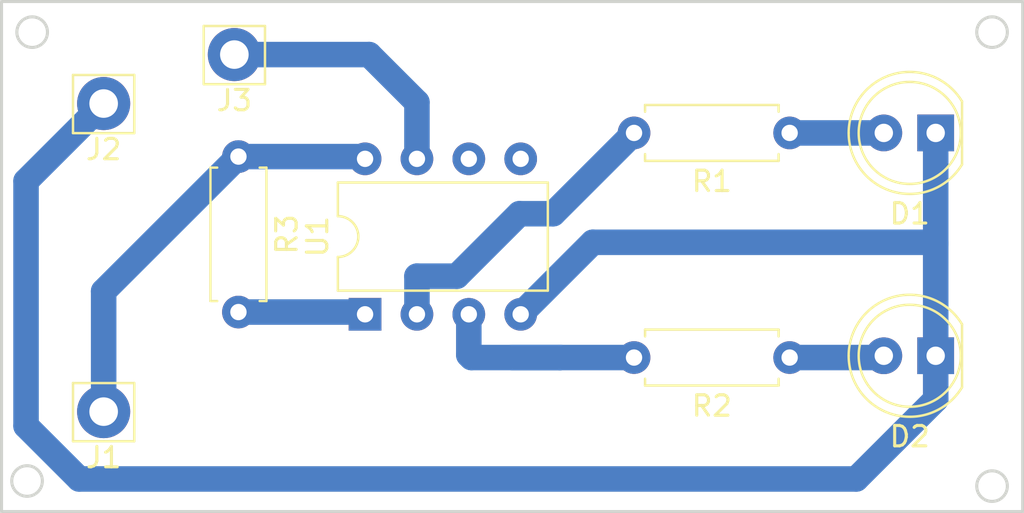
<source format=kicad_pcb>
(kicad_pcb (version 20171130) (host pcbnew 5.1.6-c6e7f7d~87~ubuntu18.04.1)

  (general
    (thickness 1.6)
    (drawings 9)
    (tracks 34)
    (zones 0)
    (modules 9)
    (nets 11)
  )

  (page A4)
  (layers
    (0 F.Cu signal hide)
    (31 B.Cu signal)
    (32 B.Adhes user hide)
    (33 F.Adhes user hide)
    (34 B.Paste user hide)
    (35 F.Paste user hide)
    (36 B.SilkS user hide)
    (37 F.SilkS user hide)
    (38 B.Mask user hide)
    (39 F.Mask user hide)
    (40 Dwgs.User user hide)
    (41 Cmts.User user hide)
    (42 Eco1.User user hide)
    (43 Eco2.User user hide)
    (44 Edge.Cuts user)
    (45 Margin user hide)
    (46 B.CrtYd user hide)
    (47 F.CrtYd user hide)
    (48 B.Fab user hide)
    (49 F.Fab user hide)
  )

  (setup
    (last_trace_width 0.3)
    (user_trace_width 0.5)
    (user_trace_width 1)
    (user_trace_width 1.25)
    (user_trace_width 2)
    (trace_clearance 0.35)
    (zone_clearance 0.508)
    (zone_45_only no)
    (trace_min 0.2)
    (via_size 0.8)
    (via_drill 0.4)
    (via_min_size 0.4)
    (via_min_drill 0.3)
    (uvia_size 0.3)
    (uvia_drill 0.1)
    (uvias_allowed no)
    (uvia_min_size 0.2)
    (uvia_min_drill 0.1)
    (edge_width 0.05)
    (segment_width 0.2)
    (pcb_text_width 0.3)
    (pcb_text_size 1.5 1.5)
    (mod_edge_width 0.12)
    (mod_text_size 1 1)
    (mod_text_width 0.15)
    (pad_size 1.524 1.524)
    (pad_drill 0.762)
    (pad_to_mask_clearance 0.05)
    (aux_axis_origin 0 0)
    (visible_elements FFFFFF7F)
    (pcbplotparams
      (layerselection 0x010fc_ffffffff)
      (usegerberextensions false)
      (usegerberattributes true)
      (usegerberadvancedattributes true)
      (creategerberjobfile true)
      (excludeedgelayer true)
      (linewidth 0.100000)
      (plotframeref false)
      (viasonmask false)
      (mode 1)
      (useauxorigin false)
      (hpglpennumber 1)
      (hpglpenspeed 20)
      (hpglpendiameter 15.000000)
      (psnegative false)
      (psa4output false)
      (plotreference true)
      (plotvalue true)
      (plotinvisibletext false)
      (padsonsilk false)
      (subtractmaskfromsilk false)
      (outputformat 1)
      (mirror false)
      (drillshape 1)
      (scaleselection 1)
      (outputdirectory ""))
  )

  (net 0 "")
  (net 1 "Net-(D1-Pad2)")
  (net 2 GND)
  (net 3 "Net-(D2-Pad2)")
  (net 4 +5V)
  (net 5 "Net-(R1-Pad2)")
  (net 6 "Net-(R2-Pad2)")
  (net 7 "Net-(U1-Pad6)")
  (net 8 "Net-(U1-Pad5)")
  (net 9 "Net-(J3-Pad1)")
  (net 10 "Net-(R3-Pad2)")

  (net_class Default "This is the default net class."
    (clearance 0.35)
    (trace_width 0.3)
    (via_dia 0.8)
    (via_drill 0.4)
    (uvia_dia 0.3)
    (uvia_drill 0.1)
    (add_net +5V)
    (add_net GND)
    (add_net "Net-(D1-Pad2)")
    (add_net "Net-(D2-Pad2)")
    (add_net "Net-(J3-Pad1)")
    (add_net "Net-(R1-Pad2)")
    (add_net "Net-(R2-Pad2)")
    (add_net "Net-(R3-Pad2)")
    (add_net "Net-(U1-Pad5)")
    (add_net "Net-(U1-Pad6)")
  )

  (module Resistor_THT:R_Axial_DIN0207_L6.3mm_D2.5mm_P7.62mm_Horizontal (layer F.Cu) (tedit 5AE5139B) (tstamp 5F19F36C)
    (at 31.6 27.6 270)
    (descr "Resistor, Axial_DIN0207 series, Axial, Horizontal, pin pitch=7.62mm, 0.25W = 1/4W, length*diameter=6.3*2.5mm^2, http://cdn-reichelt.de/documents/datenblatt/B400/1_4W%23YAG.pdf")
    (tags "Resistor Axial_DIN0207 series Axial Horizontal pin pitch 7.62mm 0.25W = 1/4W length 6.3mm diameter 2.5mm")
    (path /5F1ADB90)
    (fp_text reference R3 (at 3.81 -2.37 90) (layer F.SilkS)
      (effects (font (size 1 1) (thickness 0.15)))
    )
    (fp_text value 10K (at 3.81 2.37 90) (layer F.Fab)
      (effects (font (size 1 1) (thickness 0.15)))
    )
    (fp_line (start 0.66 -1.25) (end 0.66 1.25) (layer F.Fab) (width 0.1))
    (fp_line (start 0.66 1.25) (end 6.96 1.25) (layer F.Fab) (width 0.1))
    (fp_line (start 6.96 1.25) (end 6.96 -1.25) (layer F.Fab) (width 0.1))
    (fp_line (start 6.96 -1.25) (end 0.66 -1.25) (layer F.Fab) (width 0.1))
    (fp_line (start 0 0) (end 0.66 0) (layer F.Fab) (width 0.1))
    (fp_line (start 7.62 0) (end 6.96 0) (layer F.Fab) (width 0.1))
    (fp_line (start 0.54 -1.04) (end 0.54 -1.37) (layer F.SilkS) (width 0.12))
    (fp_line (start 0.54 -1.37) (end 7.08 -1.37) (layer F.SilkS) (width 0.12))
    (fp_line (start 7.08 -1.37) (end 7.08 -1.04) (layer F.SilkS) (width 0.12))
    (fp_line (start 0.54 1.04) (end 0.54 1.37) (layer F.SilkS) (width 0.12))
    (fp_line (start 0.54 1.37) (end 7.08 1.37) (layer F.SilkS) (width 0.12))
    (fp_line (start 7.08 1.37) (end 7.08 1.04) (layer F.SilkS) (width 0.12))
    (fp_line (start -1.05 -1.5) (end -1.05 1.5) (layer F.CrtYd) (width 0.05))
    (fp_line (start -1.05 1.5) (end 8.67 1.5) (layer F.CrtYd) (width 0.05))
    (fp_line (start 8.67 1.5) (end 8.67 -1.5) (layer F.CrtYd) (width 0.05))
    (fp_line (start 8.67 -1.5) (end -1.05 -1.5) (layer F.CrtYd) (width 0.05))
    (fp_text user %R (at 3.81 0 90) (layer F.Fab)
      (effects (font (size 1 1) (thickness 0.15)))
    )
    (pad 2 thru_hole oval (at 7.62 0 270) (size 1.6 1.6) (drill 0.8) (layers *.Cu *.Mask)
      (net 10 "Net-(R3-Pad2)"))
    (pad 1 thru_hole circle (at 0 0 270) (size 1.6 1.6) (drill 0.8) (layers *.Cu *.Mask)
      (net 4 +5V))
    (model ${KISYS3DMOD}/Resistor_THT.3dshapes/R_Axial_DIN0207_L6.3mm_D2.5mm_P7.62mm_Horizontal.wrl
      (at (xyz 0 0 0))
      (scale (xyz 1 1 1))
      (rotate (xyz 0 0 0))
    )
  )

  (module Connector_Pin:Pin_D1.4mm_L8.5mm_W2.8mm_FlatFork (layer F.Cu) (tedit 5C89BF14) (tstamp 5F19E65F)
    (at 31.4 22.6)
    (descr "solder Pin_ with flat with fork, hole diameter 1.4mm, length 8.5mm, width 2.8mm, e.g. Ettinger 13.13.890, https://katalog.ettinger.de/#p=434")
    (tags "solder Pin_ with flat fork")
    (path /5F1B4AE2)
    (fp_text reference J3 (at 0 2.25) (layer F.SilkS)
      (effects (font (size 1 1) (thickness 0.15)))
    )
    (fp_text value "Battery Level" (at 7.4 -1.6) (layer F.Fab)
      (effects (font (size 1 1) (thickness 0.15)))
    )
    (fp_line (start 1.4 0.25) (end -1.4 0.25) (layer F.Fab) (width 0.1))
    (fp_line (start -1.4 -0.25) (end 1.4 -0.25) (layer F.Fab) (width 0.1))
    (fp_line (start -1.5 -1.4) (end 1.5 -1.4) (layer F.SilkS) (width 0.12))
    (fp_line (start 1.5 -1.4) (end 1.5 1.45) (layer F.SilkS) (width 0.12))
    (fp_line (start -1.5 -1.4) (end -1.5 1.45) (layer F.SilkS) (width 0.12))
    (fp_line (start -1.5 1.45) (end 1.5 1.45) (layer F.SilkS) (width 0.12))
    (fp_line (start 1.4 -0.25) (end 1.4 0.25) (layer F.Fab) (width 0.1))
    (fp_line (start -1.4 0.25) (end -1.4 -0.25) (layer F.Fab) (width 0.1))
    (fp_line (start -1.9 -1.8) (end 1.9 -1.8) (layer F.CrtYd) (width 0.05))
    (fp_line (start -1.9 -1.8) (end -1.9 1.8) (layer F.CrtYd) (width 0.05))
    (fp_line (start 1.9 1.8) (end 1.9 -1.8) (layer F.CrtYd) (width 0.05))
    (fp_line (start 1.9 1.8) (end -1.9 1.8) (layer F.CrtYd) (width 0.05))
    (fp_text user %R (at 0 2.25) (layer F.Fab)
      (effects (font (size 1 1) (thickness 0.15)))
    )
    (pad 1 thru_hole circle (at 0 0) (size 2.6 2.6) (drill 1.4) (layers *.Cu *.Mask)
      (net 9 "Net-(J3-Pad1)"))
    (model ${KISYS3DMOD}/Connector_Pin.3dshapes/Pin_D1.4mm_L8.5mm_W2.8mm_FlatFork.wrl
      (at (xyz 0 0 0))
      (scale (xyz 1 1 1))
      (rotate (xyz 0 0 0))
    )
  )

  (module Connector_Pin:Pin_D1.4mm_L8.5mm_W2.8mm_FlatFork (layer F.Cu) (tedit 5C89BF14) (tstamp 5F19F025)
    (at 25 25)
    (descr "solder Pin_ with flat with fork, hole diameter 1.4mm, length 8.5mm, width 2.8mm, e.g. Ettinger 13.13.890, https://katalog.ettinger.de/#p=434")
    (tags "solder Pin_ with flat fork")
    (path /5F1BC82A)
    (fp_text reference J2 (at 0 2.25) (layer F.SilkS)
      (effects (font (size 1 1) (thickness 0.15)))
    )
    (fp_text value "POWER -" (at 0 -2.05) (layer F.Fab)
      (effects (font (size 1 1) (thickness 0.15)))
    )
    (fp_line (start 1.4 0.25) (end -1.4 0.25) (layer F.Fab) (width 0.1))
    (fp_line (start -1.4 -0.25) (end 1.4 -0.25) (layer F.Fab) (width 0.1))
    (fp_line (start -1.5 -1.4) (end 1.5 -1.4) (layer F.SilkS) (width 0.12))
    (fp_line (start 1.5 -1.4) (end 1.5 1.45) (layer F.SilkS) (width 0.12))
    (fp_line (start -1.5 -1.4) (end -1.5 1.45) (layer F.SilkS) (width 0.12))
    (fp_line (start -1.5 1.45) (end 1.5 1.45) (layer F.SilkS) (width 0.12))
    (fp_line (start 1.4 -0.25) (end 1.4 0.25) (layer F.Fab) (width 0.1))
    (fp_line (start -1.4 0.25) (end -1.4 -0.25) (layer F.Fab) (width 0.1))
    (fp_line (start -1.9 -1.8) (end 1.9 -1.8) (layer F.CrtYd) (width 0.05))
    (fp_line (start -1.9 -1.8) (end -1.9 1.8) (layer F.CrtYd) (width 0.05))
    (fp_line (start 1.9 1.8) (end 1.9 -1.8) (layer F.CrtYd) (width 0.05))
    (fp_line (start 1.9 1.8) (end -1.9 1.8) (layer F.CrtYd) (width 0.05))
    (fp_text user %R (at 0 2.25) (layer F.Fab)
      (effects (font (size 1 1) (thickness 0.15)))
    )
    (pad 1 thru_hole circle (at 0 0) (size 2.6 2.6) (drill 1.4) (layers *.Cu *.Mask)
      (net 2 GND))
    (model ${KISYS3DMOD}/Connector_Pin.3dshapes/Pin_D1.4mm_L8.5mm_W2.8mm_FlatFork.wrl
      (at (xyz 0 0 0))
      (scale (xyz 1 1 1))
      (rotate (xyz 0 0 0))
    )
  )

  (module Connector_Pin:Pin_D1.4mm_L8.5mm_W2.8mm_FlatFork (layer F.Cu) (tedit 5C89BF14) (tstamp 5F19F732)
    (at 25 40.1)
    (descr "solder Pin_ with flat with fork, hole diameter 1.4mm, length 8.5mm, width 2.8mm, e.g. Ettinger 13.13.890, https://katalog.ettinger.de/#p=434")
    (tags "solder Pin_ with flat fork")
    (path /5F1B98F4)
    (fp_text reference J1 (at 0 2.25) (layer F.SilkS)
      (effects (font (size 1 1) (thickness 0.15)))
    )
    (fp_text value "POWER +" (at 0 -2.05) (layer F.Fab)
      (effects (font (size 1 1) (thickness 0.15)))
    )
    (fp_line (start 1.4 0.25) (end -1.4 0.25) (layer F.Fab) (width 0.1))
    (fp_line (start -1.4 -0.25) (end 1.4 -0.25) (layer F.Fab) (width 0.1))
    (fp_line (start -1.5 -1.4) (end 1.5 -1.4) (layer F.SilkS) (width 0.12))
    (fp_line (start 1.5 -1.4) (end 1.5 1.45) (layer F.SilkS) (width 0.12))
    (fp_line (start -1.5 -1.4) (end -1.5 1.45) (layer F.SilkS) (width 0.12))
    (fp_line (start -1.5 1.45) (end 1.5 1.45) (layer F.SilkS) (width 0.12))
    (fp_line (start 1.4 -0.25) (end 1.4 0.25) (layer F.Fab) (width 0.1))
    (fp_line (start -1.4 0.25) (end -1.4 -0.25) (layer F.Fab) (width 0.1))
    (fp_line (start -1.9 -1.8) (end 1.9 -1.8) (layer F.CrtYd) (width 0.05))
    (fp_line (start -1.9 -1.8) (end -1.9 1.8) (layer F.CrtYd) (width 0.05))
    (fp_line (start 1.9 1.8) (end 1.9 -1.8) (layer F.CrtYd) (width 0.05))
    (fp_line (start 1.9 1.8) (end -1.9 1.8) (layer F.CrtYd) (width 0.05))
    (fp_text user %R (at 0 2.25) (layer F.Fab)
      (effects (font (size 1 1) (thickness 0.15)))
    )
    (pad 1 thru_hole circle (at 0 0) (size 2.6 2.6) (drill 1.4) (layers *.Cu *.Mask)
      (net 4 +5V))
    (model ${KISYS3DMOD}/Connector_Pin.3dshapes/Pin_D1.4mm_L8.5mm_W2.8mm_FlatFork.wrl
      (at (xyz 0 0 0))
      (scale (xyz 1 1 1))
      (rotate (xyz 0 0 0))
    )
  )

  (module Package_DIP:DIP-8_W7.62mm (layer F.Cu) (tedit 5A02E8C5) (tstamp 5F1682E8)
    (at 37.8 35.33 90)
    (descr "8-lead though-hole mounted DIP package, row spacing 7.62 mm (300 mils)")
    (tags "THT DIP DIL PDIP 2.54mm 7.62mm 300mil")
    (path /5F1600B0)
    (fp_text reference U1 (at 3.81 -2.33 90) (layer F.SilkS)
      (effects (font (size 1 1) (thickness 0.15)))
    )
    (fp_text value ATtiny85-20PU (at 3.81 9.95 90) (layer F.Fab)
      (effects (font (size 1 1) (thickness 0.15)))
    )
    (fp_line (start 8.7 -1.55) (end -1.1 -1.55) (layer F.CrtYd) (width 0.05))
    (fp_line (start 8.7 9.15) (end 8.7 -1.55) (layer F.CrtYd) (width 0.05))
    (fp_line (start -1.1 9.15) (end 8.7 9.15) (layer F.CrtYd) (width 0.05))
    (fp_line (start -1.1 -1.55) (end -1.1 9.15) (layer F.CrtYd) (width 0.05))
    (fp_line (start 6.46 -1.33) (end 4.81 -1.33) (layer F.SilkS) (width 0.12))
    (fp_line (start 6.46 8.95) (end 6.46 -1.33) (layer F.SilkS) (width 0.12))
    (fp_line (start 1.16 8.95) (end 6.46 8.95) (layer F.SilkS) (width 0.12))
    (fp_line (start 1.16 -1.33) (end 1.16 8.95) (layer F.SilkS) (width 0.12))
    (fp_line (start 2.81 -1.33) (end 1.16 -1.33) (layer F.SilkS) (width 0.12))
    (fp_line (start 0.635 -0.27) (end 1.635 -1.27) (layer F.Fab) (width 0.1))
    (fp_line (start 0.635 8.89) (end 0.635 -0.27) (layer F.Fab) (width 0.1))
    (fp_line (start 6.985 8.89) (end 0.635 8.89) (layer F.Fab) (width 0.1))
    (fp_line (start 6.985 -1.27) (end 6.985 8.89) (layer F.Fab) (width 0.1))
    (fp_line (start 1.635 -1.27) (end 6.985 -1.27) (layer F.Fab) (width 0.1))
    (fp_text user %R (at 3.81 3.81 270) (layer F.Fab)
      (effects (font (size 1 1) (thickness 0.15)))
    )
    (fp_arc (start 3.81 -1.33) (end 2.81 -1.33) (angle -180) (layer F.SilkS) (width 0.12))
    (pad 8 thru_hole oval (at 7.62 0 90) (size 1.6 1.6) (drill 0.8) (layers *.Cu *.Mask)
      (net 4 +5V))
    (pad 4 thru_hole oval (at 0 7.62 90) (size 1.6 1.6) (drill 0.8) (layers *.Cu *.Mask)
      (net 2 GND))
    (pad 7 thru_hole oval (at 7.62 2.54 90) (size 1.6 1.6) (drill 0.8) (layers *.Cu *.Mask)
      (net 9 "Net-(J3-Pad1)"))
    (pad 3 thru_hole oval (at 0 5.08 90) (size 1.6 1.6) (drill 0.8) (layers *.Cu *.Mask)
      (net 6 "Net-(R2-Pad2)"))
    (pad 6 thru_hole oval (at 7.62 5.08 90) (size 1.6 1.6) (drill 0.8) (layers *.Cu *.Mask)
      (net 7 "Net-(U1-Pad6)"))
    (pad 2 thru_hole oval (at 0 2.54 90) (size 1.6 1.6) (drill 0.8) (layers *.Cu *.Mask)
      (net 5 "Net-(R1-Pad2)"))
    (pad 5 thru_hole oval (at 7.62 7.62 90) (size 1.6 1.6) (drill 0.8) (layers *.Cu *.Mask)
      (net 8 "Net-(U1-Pad5)"))
    (pad 1 thru_hole rect (at 0 0 90) (size 1.6 1.6) (drill 0.8) (layers *.Cu *.Mask)
      (net 10 "Net-(R3-Pad2)"))
    (model ${KISYS3DMOD}/Package_DIP.3dshapes/DIP-8_W7.62mm.wrl
      (at (xyz 0 0 0))
      (scale (xyz 1 1 1))
      (rotate (xyz 0 0 0))
    )
  )

  (module LED_THT:LED_D5.0mm (layer F.Cu) (tedit 5995936A) (tstamp 5F19F23D)
    (at 65.74 37.362 180)
    (descr "LED, diameter 5.0mm, 2 pins, http://cdn-reichelt.de/documents/datenblatt/A500/LL-504BC2E-009.pdf")
    (tags "LED diameter 5.0mm 2 pins")
    (path /5F16286C)
    (fp_text reference D2 (at 1.27 -3.96) (layer F.SilkS)
      (effects (font (size 1 1) (thickness 0.15)))
    )
    (fp_text value "IR LED" (at 1.27 3.96) (layer F.Fab)
      (effects (font (size 1 1) (thickness 0.15)))
    )
    (fp_line (start 4.5 -3.25) (end -1.95 -3.25) (layer F.CrtYd) (width 0.05))
    (fp_line (start 4.5 3.25) (end 4.5 -3.25) (layer F.CrtYd) (width 0.05))
    (fp_line (start -1.95 3.25) (end 4.5 3.25) (layer F.CrtYd) (width 0.05))
    (fp_line (start -1.95 -3.25) (end -1.95 3.25) (layer F.CrtYd) (width 0.05))
    (fp_line (start -1.29 -1.545) (end -1.29 1.545) (layer F.SilkS) (width 0.12))
    (fp_line (start -1.23 -1.469694) (end -1.23 1.469694) (layer F.Fab) (width 0.1))
    (fp_circle (center 1.27 0) (end 3.77 0) (layer F.SilkS) (width 0.12))
    (fp_circle (center 1.27 0) (end 3.77 0) (layer F.Fab) (width 0.1))
    (fp_text user %R (at 1.25 0) (layer F.Fab)
      (effects (font (size 0.8 0.8) (thickness 0.2)))
    )
    (fp_arc (start 1.27 0) (end -1.29 1.54483) (angle -148.9) (layer F.SilkS) (width 0.12))
    (fp_arc (start 1.27 0) (end -1.29 -1.54483) (angle 148.9) (layer F.SilkS) (width 0.12))
    (fp_arc (start 1.27 0) (end -1.23 -1.469694) (angle 299.1) (layer F.Fab) (width 0.1))
    (pad 2 thru_hole circle (at 2.54 0 180) (size 1.8 1.8) (drill 0.9) (layers *.Cu *.Mask)
      (net 3 "Net-(D2-Pad2)"))
    (pad 1 thru_hole rect (at 0 0 180) (size 1.8 1.8) (drill 0.9) (layers *.Cu *.Mask)
      (net 2 GND))
    (model ${KISYS3DMOD}/LED_THT.3dshapes/LED_D5.0mm.wrl
      (at (xyz 0 0 0))
      (scale (xyz 1 1 1))
      (rotate (xyz 0 0 0))
    )
  )

  (module LED_THT:LED_D5.0mm (layer F.Cu) (tedit 5995936A) (tstamp 5F16825E)
    (at 65.74 26.44 180)
    (descr "LED, diameter 5.0mm, 2 pins, http://cdn-reichelt.de/documents/datenblatt/A500/LL-504BC2E-009.pdf")
    (tags "LED diameter 5.0mm 2 pins")
    (path /5F162297)
    (fp_text reference D1 (at 1.27 -3.96) (layer F.SilkS)
      (effects (font (size 1 1) (thickness 0.15)))
    )
    (fp_text value LED (at 1.27 3.96) (layer F.Fab)
      (effects (font (size 1 1) (thickness 0.15)))
    )
    (fp_line (start 4.5 -3.25) (end -1.95 -3.25) (layer F.CrtYd) (width 0.05))
    (fp_line (start 4.5 3.25) (end 4.5 -3.25) (layer F.CrtYd) (width 0.05))
    (fp_line (start -1.95 3.25) (end 4.5 3.25) (layer F.CrtYd) (width 0.05))
    (fp_line (start -1.95 -3.25) (end -1.95 3.25) (layer F.CrtYd) (width 0.05))
    (fp_line (start -1.29 -1.545) (end -1.29 1.545) (layer F.SilkS) (width 0.12))
    (fp_line (start -1.23 -1.469694) (end -1.23 1.469694) (layer F.Fab) (width 0.1))
    (fp_circle (center 1.27 0) (end 3.77 0) (layer F.SilkS) (width 0.12))
    (fp_circle (center 1.27 0) (end 3.77 0) (layer F.Fab) (width 0.1))
    (fp_text user %R (at 1.25 0) (layer F.Fab)
      (effects (font (size 0.8 0.8) (thickness 0.2)))
    )
    (fp_arc (start 1.27 0) (end -1.29 1.54483) (angle -148.9) (layer F.SilkS) (width 0.12))
    (fp_arc (start 1.27 0) (end -1.29 -1.54483) (angle 148.9) (layer F.SilkS) (width 0.12))
    (fp_arc (start 1.27 0) (end -1.23 -1.469694) (angle 299.1) (layer F.Fab) (width 0.1))
    (pad 2 thru_hole circle (at 2.54 0 180) (size 1.8 1.8) (drill 0.9) (layers *.Cu *.Mask)
      (net 1 "Net-(D1-Pad2)"))
    (pad 1 thru_hole rect (at 0 0 180) (size 1.8 1.8) (drill 0.9) (layers *.Cu *.Mask)
      (net 2 GND))
    (model ${KISYS3DMOD}/LED_THT.3dshapes/LED_D5.0mm.wrl
      (at (xyz 0 0 0))
      (scale (xyz 1 1 1))
      (rotate (xyz 0 0 0))
    )
  )

  (module Resistor_THT:R_Axial_DIN0207_L6.3mm_D2.5mm_P7.62mm_Horizontal (layer F.Cu) (tedit 5AE5139B) (tstamp 5F1710E1)
    (at 58.59 26.44 180)
    (descr "Resistor, Axial_DIN0207 series, Axial, Horizontal, pin pitch=7.62mm, 0.25W = 1/4W, length*diameter=6.3*2.5mm^2, http://cdn-reichelt.de/documents/datenblatt/B400/1_4W%23YAG.pdf")
    (tags "Resistor Axial_DIN0207 series Axial Horizontal pin pitch 7.62mm 0.25W = 1/4W length 6.3mm diameter 2.5mm")
    (path /5F160EF9)
    (fp_text reference R1 (at 3.81 -2.37) (layer F.SilkS)
      (effects (font (size 1 1) (thickness 0.15)))
    )
    (fp_text value 2.2K (at 3.81 2.37) (layer F.Fab)
      (effects (font (size 1 1) (thickness 0.15)))
    )
    (fp_line (start 0.66 -1.25) (end 0.66 1.25) (layer F.Fab) (width 0.1))
    (fp_line (start 0.66 1.25) (end 6.96 1.25) (layer F.Fab) (width 0.1))
    (fp_line (start 6.96 1.25) (end 6.96 -1.25) (layer F.Fab) (width 0.1))
    (fp_line (start 6.96 -1.25) (end 0.66 -1.25) (layer F.Fab) (width 0.1))
    (fp_line (start 0 0) (end 0.66 0) (layer F.Fab) (width 0.1))
    (fp_line (start 7.62 0) (end 6.96 0) (layer F.Fab) (width 0.1))
    (fp_line (start 0.54 -1.04) (end 0.54 -1.37) (layer F.SilkS) (width 0.12))
    (fp_line (start 0.54 -1.37) (end 7.08 -1.37) (layer F.SilkS) (width 0.12))
    (fp_line (start 7.08 -1.37) (end 7.08 -1.04) (layer F.SilkS) (width 0.12))
    (fp_line (start 0.54 1.04) (end 0.54 1.37) (layer F.SilkS) (width 0.12))
    (fp_line (start 0.54 1.37) (end 7.08 1.37) (layer F.SilkS) (width 0.12))
    (fp_line (start 7.08 1.37) (end 7.08 1.04) (layer F.SilkS) (width 0.12))
    (fp_line (start -1.05 -1.5) (end -1.05 1.5) (layer F.CrtYd) (width 0.05))
    (fp_line (start -1.05 1.5) (end 8.67 1.5) (layer F.CrtYd) (width 0.05))
    (fp_line (start 8.67 1.5) (end 8.67 -1.5) (layer F.CrtYd) (width 0.05))
    (fp_line (start 8.67 -1.5) (end -1.05 -1.5) (layer F.CrtYd) (width 0.05))
    (fp_text user %R (at 3.81 0) (layer F.Fab)
      (effects (font (size 1 1) (thickness 0.15)))
    )
    (pad 1 thru_hole circle (at 0 0 180) (size 1.6 1.6) (drill 0.8) (layers *.Cu *.Mask)
      (net 1 "Net-(D1-Pad2)"))
    (pad 2 thru_hole oval (at 7.62 0 180) (size 1.6 1.6) (drill 0.8) (layers *.Cu *.Mask)
      (net 5 "Net-(R1-Pad2)"))
    (model ${KISYS3DMOD}/Resistor_THT.3dshapes/R_Axial_DIN0207_L6.3mm_D2.5mm_P7.62mm_Horizontal.wrl
      (at (xyz 0 0 0))
      (scale (xyz 1 1 1))
      (rotate (xyz 0 0 0))
    )
  )

  (module Resistor_THT:R_Axial_DIN0207_L6.3mm_D2.5mm_P7.62mm_Horizontal (layer F.Cu) (tedit 5AE5139B) (tstamp 5F19F1EE)
    (at 58.59 37.45 180)
    (descr "Resistor, Axial_DIN0207 series, Axial, Horizontal, pin pitch=7.62mm, 0.25W = 1/4W, length*diameter=6.3*2.5mm^2, http://cdn-reichelt.de/documents/datenblatt/B400/1_4W%23YAG.pdf")
    (tags "Resistor Axial_DIN0207 series Axial Horizontal pin pitch 7.62mm 0.25W = 1/4W length 6.3mm diameter 2.5mm")
    (path /5F161C68)
    (fp_text reference R2 (at 3.81 -2.37) (layer F.SilkS)
      (effects (font (size 1 1) (thickness 0.15)))
    )
    (fp_text value 47 (at 3.81 2.37) (layer F.Fab)
      (effects (font (size 1 1) (thickness 0.15)))
    )
    (fp_line (start 8.67 -1.5) (end -1.05 -1.5) (layer F.CrtYd) (width 0.05))
    (fp_line (start 8.67 1.5) (end 8.67 -1.5) (layer F.CrtYd) (width 0.05))
    (fp_line (start -1.05 1.5) (end 8.67 1.5) (layer F.CrtYd) (width 0.05))
    (fp_line (start -1.05 -1.5) (end -1.05 1.5) (layer F.CrtYd) (width 0.05))
    (fp_line (start 7.08 1.37) (end 7.08 1.04) (layer F.SilkS) (width 0.12))
    (fp_line (start 0.54 1.37) (end 7.08 1.37) (layer F.SilkS) (width 0.12))
    (fp_line (start 0.54 1.04) (end 0.54 1.37) (layer F.SilkS) (width 0.12))
    (fp_line (start 7.08 -1.37) (end 7.08 -1.04) (layer F.SilkS) (width 0.12))
    (fp_line (start 0.54 -1.37) (end 7.08 -1.37) (layer F.SilkS) (width 0.12))
    (fp_line (start 0.54 -1.04) (end 0.54 -1.37) (layer F.SilkS) (width 0.12))
    (fp_line (start 7.62 0) (end 6.96 0) (layer F.Fab) (width 0.1))
    (fp_line (start 0 0) (end 0.66 0) (layer F.Fab) (width 0.1))
    (fp_line (start 6.96 -1.25) (end 0.66 -1.25) (layer F.Fab) (width 0.1))
    (fp_line (start 6.96 1.25) (end 6.96 -1.25) (layer F.Fab) (width 0.1))
    (fp_line (start 0.66 1.25) (end 6.96 1.25) (layer F.Fab) (width 0.1))
    (fp_line (start 0.66 -1.25) (end 0.66 1.25) (layer F.Fab) (width 0.1))
    (fp_text user %R (at 3.81 0) (layer F.Fab)
      (effects (font (size 1 1) (thickness 0.15)))
    )
    (pad 2 thru_hole oval (at 7.62 0 180) (size 1.6 1.6) (drill 0.8) (layers *.Cu *.Mask)
      (net 6 "Net-(R2-Pad2)"))
    (pad 1 thru_hole circle (at 0 0 180) (size 1.6 1.6) (drill 0.8) (layers *.Cu *.Mask)
      (net 3 "Net-(D2-Pad2)"))
    (model ${KISYS3DMOD}/Resistor_THT.3dshapes/R_Axial_DIN0207_L6.3mm_D2.5mm_P7.62mm_Horizontal.wrl
      (at (xyz 0 0 0))
      (scale (xyz 1 1 1))
      (rotate (xyz 0 0 0))
    )
  )

  (gr_line (start 20 45) (end 20 20) (layer Edge.Cuts) (width 0.15) (tstamp 5F19F4B1))
  (gr_line (start 70 45) (end 20 45) (layer Edge.Cuts) (width 0.15))
  (gr_line (start 70 20) (end 70 45) (layer Edge.Cuts) (width 0.15))
  (gr_line (start 20 20) (end 70 20) (layer Edge.Cuts) (width 0.15) (tstamp 5F1B0F47))
  (gr_text "roomba(like) Virtual Wall v2" (at 129.6 60.8) (layer Dwgs.User)
    (effects (font (size 1 1) (thickness 0.15) italic))
  )
  (gr_circle (center 21.5 21.5) (end 22.25 21.5) (layer Edge.Cuts) (width 0.15) (tstamp 5F168C78))
  (gr_circle (center 68.5 21.5) (end 69.25 21.5) (layer Edge.Cuts) (width 0.15))
  (gr_circle (center 68.5 43.75) (end 69.25 43.75) (layer Edge.Cuts) (width 0.15) (tstamp 5F168C78))
  (gr_circle (center 21.25 43.5) (end 22 43.5) (layer Edge.Cuts) (width 0.15) (tstamp 5F168C78))

  (segment (start 58.59 26.44) (end 63.2 26.44) (width 1.25) (layer B.Cu) (net 1))
  (segment (start 155.8 46.5) (end 155.74 46.44) (width 1.25) (layer F.Cu) (net 2))
  (segment (start 25 25) (end 21.2 28.8) (width 1.25) (layer B.Cu) (net 2))
  (segment (start 21.2 28.8) (end 21.2 40.8) (width 1.25) (layer B.Cu) (net 2))
  (segment (start 21.2 40.8) (end 23.8 43.4) (width 1.25) (layer B.Cu) (net 2))
  (segment (start 23.8 43.4) (end 61.852 43.4) (width 1.25) (layer B.Cu) (net 2))
  (segment (start 45.42 35.33) (end 48.95 31.8) (width 1.25) (layer B.Cu) (net 2))
  (segment (start 65.68 31.8) (end 65.74 31.86) (width 1.25) (layer B.Cu) (net 2))
  (segment (start 48.95 31.8) (end 65.68 31.8) (width 1.25) (layer B.Cu) (net 2))
  (segment (start 65.74 37.362) (end 65.74 31.86) (width 1.25) (layer B.Cu) (net 2))
  (segment (start 65.74 31.86) (end 65.74 26.44) (width 1.25) (layer B.Cu) (net 2))
  (segment (start 65.74 39.512) (end 65.74 37.362) (width 1.25) (layer B.Cu) (net 2))
  (segment (start 61.852 43.4) (end 65.74 39.512) (width 1.25) (layer B.Cu) (net 2))
  (segment (start 63.112 37.45) (end 63.2 37.362) (width 1.25) (layer B.Cu) (net 3))
  (segment (start 58.59 37.45) (end 63.112 37.45) (width 1.25) (layer B.Cu) (net 3))
  (segment (start 37.69 27.6) (end 37.8 27.71) (width 1.25) (layer B.Cu) (net 4))
  (segment (start 31.6 27.6) (end 37.69 27.6) (width 1.25) (layer B.Cu) (net 4))
  (segment (start 25 34.2) (end 31.6 27.6) (width 1.25) (layer B.Cu) (net 4))
  (segment (start 25 39.8) (end 25 34.2) (width 1.25) (layer B.Cu) (net 4) (tstamp 5F19F6D7))
  (segment (start 40.34 35.33) (end 40.34 33.46) (width 1.25) (layer B.Cu) (net 5))
  (segment (start 42.297002 33.46) (end 45.357002 30.4) (width 1.25) (layer B.Cu) (net 5))
  (segment (start 40.34 33.46) (end 42.297002 33.46) (width 1.25) (layer B.Cu) (net 5))
  (segment (start 47.01 30.4) (end 50.97 26.44) (width 1.25) (layer B.Cu) (net 5))
  (segment (start 45.357002 30.4) (end 47.01 30.4) (width 1.25) (layer B.Cu) (net 5))
  (segment (start 42.88 35.33) (end 42.88 37.32) (width 1.25) (layer B.Cu) (net 6))
  (segment (start 43.01 37.45) (end 47.35 37.45) (width 1.25) (layer B.Cu) (net 6))
  (segment (start 42.88 37.32) (end 43.01 37.45) (width 1.25) (layer B.Cu) (net 6))
  (segment (start 45 37.45) (end 47.35 37.45) (width 1.25) (layer B.Cu) (net 6))
  (segment (start 47.35 37.45) (end 50.97 37.45) (width 1.25) (layer B.Cu) (net 6))
  (segment (start 40.34 24.94) (end 40.34 27.71) (width 1.25) (layer B.Cu) (net 9))
  (segment (start 31.4 22.6) (end 38 22.6) (width 1.25) (layer B.Cu) (net 9))
  (segment (start 38 22.6) (end 40.34 24.94) (width 1.25) (layer B.Cu) (net 9))
  (segment (start 37.69 35.22) (end 37.8 35.33) (width 1.25) (layer B.Cu) (net 10))
  (segment (start 31.6 35.22) (end 37.69 35.22) (width 1.25) (layer B.Cu) (net 10))

)

</source>
